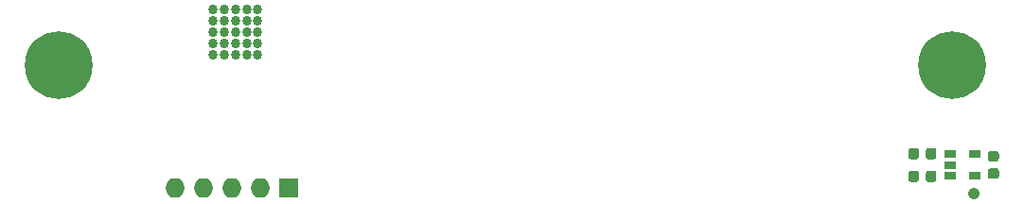
<source format=gbs>
G04 #@! TF.GenerationSoftware,KiCad,Pcbnew,5.0.0-fee4fd1~66~ubuntu18.04.1*
G04 #@! TF.CreationDate,2018-08-20T14:29:34+02:00*
G04 #@! TF.ProjectId,ESP32-li-ion-cell-monitor,45535033322D6C692D696F6E2D63656C,1.3*
G04 #@! TF.SameCoordinates,Original*
G04 #@! TF.FileFunction,Soldermask,Bot*
G04 #@! TF.FilePolarity,Negative*
%FSLAX46Y46*%
G04 Gerber Fmt 4.6, Leading zero omitted, Abs format (unit mm)*
G04 Created by KiCad (PCBNEW 5.0.0-fee4fd1~66~ubuntu18.04.1) date Mon Aug 20 14:29:34 2018*
%MOMM*%
%LPD*%
G01*
G04 APERTURE LIST*
%ADD10O,1.760000X1.760000*%
%ADD11R,1.760000X1.760000*%
%ADD12C,0.860000*%
%ADD13C,0.100000*%
%ADD14C,0.935000*%
%ADD15R,1.120000X0.710000*%
%ADD16C,1.060000*%
%ADD17C,6.059480*%
G04 APERTURE END LIST*
D10*
G04 #@! TO.C,J3*
X173482000Y-74930000D03*
X176022000Y-74930000D03*
X178562000Y-74930000D03*
X181102000Y-74930000D03*
D11*
X183642000Y-74930000D03*
G04 #@! TD*
D12*
G04 #@! TO.C,U2*
X176856000Y-58990000D03*
X176856000Y-59990000D03*
X176856000Y-60990000D03*
X176856000Y-61990000D03*
X176856000Y-62990000D03*
X177856000Y-62990000D03*
X177856000Y-61990000D03*
X177856000Y-60990000D03*
X177856000Y-59990000D03*
X177856000Y-58990000D03*
X179856000Y-58990000D03*
X179856000Y-59990000D03*
X179856000Y-60990000D03*
X179856000Y-61990000D03*
X179856000Y-62990000D03*
X178856000Y-62990000D03*
X178856000Y-61990000D03*
X178856000Y-60990000D03*
X178856000Y-59990000D03*
X178856000Y-58990000D03*
X180856000Y-62990000D03*
X180856000Y-61990000D03*
X180856000Y-60990000D03*
X180856000Y-59990000D03*
X180856000Y-58990000D03*
G04 #@! TD*
D13*
G04 #@! TO.C,R10*
G36*
X241342162Y-73410126D02*
X241364852Y-73413491D01*
X241387104Y-73419065D01*
X241408702Y-73426793D01*
X241429439Y-73436601D01*
X241449115Y-73448394D01*
X241467539Y-73462059D01*
X241484536Y-73477464D01*
X241499941Y-73494461D01*
X241513606Y-73512885D01*
X241525399Y-73532561D01*
X241535207Y-73553298D01*
X241542935Y-73574896D01*
X241548509Y-73597148D01*
X241551874Y-73619838D01*
X241553000Y-73642750D01*
X241553000Y-74185250D01*
X241551874Y-74208162D01*
X241548509Y-74230852D01*
X241542935Y-74253104D01*
X241535207Y-74274702D01*
X241525399Y-74295439D01*
X241513606Y-74315115D01*
X241499941Y-74333539D01*
X241484536Y-74350536D01*
X241467539Y-74365941D01*
X241449115Y-74379606D01*
X241429439Y-74391399D01*
X241408702Y-74401207D01*
X241387104Y-74408935D01*
X241364852Y-74414509D01*
X241342162Y-74417874D01*
X241319250Y-74419000D01*
X240851750Y-74419000D01*
X240828838Y-74417874D01*
X240806148Y-74414509D01*
X240783896Y-74408935D01*
X240762298Y-74401207D01*
X240741561Y-74391399D01*
X240721885Y-74379606D01*
X240703461Y-74365941D01*
X240686464Y-74350536D01*
X240671059Y-74333539D01*
X240657394Y-74315115D01*
X240645601Y-74295439D01*
X240635793Y-74274702D01*
X240628065Y-74253104D01*
X240622491Y-74230852D01*
X240619126Y-74208162D01*
X240618000Y-74185250D01*
X240618000Y-73642750D01*
X240619126Y-73619838D01*
X240622491Y-73597148D01*
X240628065Y-73574896D01*
X240635793Y-73553298D01*
X240645601Y-73532561D01*
X240657394Y-73512885D01*
X240671059Y-73494461D01*
X240686464Y-73477464D01*
X240703461Y-73462059D01*
X240721885Y-73448394D01*
X240741561Y-73436601D01*
X240762298Y-73426793D01*
X240783896Y-73419065D01*
X240806148Y-73413491D01*
X240828838Y-73410126D01*
X240851750Y-73409000D01*
X241319250Y-73409000D01*
X241342162Y-73410126D01*
X241342162Y-73410126D01*
G37*
D14*
X241085500Y-73914000D03*
D13*
G36*
X239767162Y-73410126D02*
X239789852Y-73413491D01*
X239812104Y-73419065D01*
X239833702Y-73426793D01*
X239854439Y-73436601D01*
X239874115Y-73448394D01*
X239892539Y-73462059D01*
X239909536Y-73477464D01*
X239924941Y-73494461D01*
X239938606Y-73512885D01*
X239950399Y-73532561D01*
X239960207Y-73553298D01*
X239967935Y-73574896D01*
X239973509Y-73597148D01*
X239976874Y-73619838D01*
X239978000Y-73642750D01*
X239978000Y-74185250D01*
X239976874Y-74208162D01*
X239973509Y-74230852D01*
X239967935Y-74253104D01*
X239960207Y-74274702D01*
X239950399Y-74295439D01*
X239938606Y-74315115D01*
X239924941Y-74333539D01*
X239909536Y-74350536D01*
X239892539Y-74365941D01*
X239874115Y-74379606D01*
X239854439Y-74391399D01*
X239833702Y-74401207D01*
X239812104Y-74408935D01*
X239789852Y-74414509D01*
X239767162Y-74417874D01*
X239744250Y-74419000D01*
X239276750Y-74419000D01*
X239253838Y-74417874D01*
X239231148Y-74414509D01*
X239208896Y-74408935D01*
X239187298Y-74401207D01*
X239166561Y-74391399D01*
X239146885Y-74379606D01*
X239128461Y-74365941D01*
X239111464Y-74350536D01*
X239096059Y-74333539D01*
X239082394Y-74315115D01*
X239070601Y-74295439D01*
X239060793Y-74274702D01*
X239053065Y-74253104D01*
X239047491Y-74230852D01*
X239044126Y-74208162D01*
X239043000Y-74185250D01*
X239043000Y-73642750D01*
X239044126Y-73619838D01*
X239047491Y-73597148D01*
X239053065Y-73574896D01*
X239060793Y-73553298D01*
X239070601Y-73532561D01*
X239082394Y-73512885D01*
X239096059Y-73494461D01*
X239111464Y-73477464D01*
X239128461Y-73462059D01*
X239146885Y-73448394D01*
X239166561Y-73436601D01*
X239187298Y-73426793D01*
X239208896Y-73419065D01*
X239231148Y-73413491D01*
X239253838Y-73410126D01*
X239276750Y-73409000D01*
X239744250Y-73409000D01*
X239767162Y-73410126D01*
X239767162Y-73410126D01*
G37*
D14*
X239510500Y-73914000D03*
G04 #@! TD*
D15*
G04 #@! TO.C,U5*
X242756000Y-73848000D03*
X242756000Y-72898000D03*
X242756000Y-71948000D03*
X244956000Y-71948000D03*
X244956000Y-73848000D03*
G04 #@! TD*
D13*
G04 #@! TO.C,C9*
G36*
X246944162Y-73219126D02*
X246966852Y-73222491D01*
X246989104Y-73228065D01*
X247010702Y-73235793D01*
X247031439Y-73245601D01*
X247051115Y-73257394D01*
X247069539Y-73271059D01*
X247086536Y-73286464D01*
X247101941Y-73303461D01*
X247115606Y-73321885D01*
X247127399Y-73341561D01*
X247137207Y-73362298D01*
X247144935Y-73383896D01*
X247150509Y-73406148D01*
X247153874Y-73428838D01*
X247155000Y-73451750D01*
X247155000Y-73919250D01*
X247153874Y-73942162D01*
X247150509Y-73964852D01*
X247144935Y-73987104D01*
X247137207Y-74008702D01*
X247127399Y-74029439D01*
X247115606Y-74049115D01*
X247101941Y-74067539D01*
X247086536Y-74084536D01*
X247069539Y-74099941D01*
X247051115Y-74113606D01*
X247031439Y-74125399D01*
X247010702Y-74135207D01*
X246989104Y-74142935D01*
X246966852Y-74148509D01*
X246944162Y-74151874D01*
X246921250Y-74153000D01*
X246378750Y-74153000D01*
X246355838Y-74151874D01*
X246333148Y-74148509D01*
X246310896Y-74142935D01*
X246289298Y-74135207D01*
X246268561Y-74125399D01*
X246248885Y-74113606D01*
X246230461Y-74099941D01*
X246213464Y-74084536D01*
X246198059Y-74067539D01*
X246184394Y-74049115D01*
X246172601Y-74029439D01*
X246162793Y-74008702D01*
X246155065Y-73987104D01*
X246149491Y-73964852D01*
X246146126Y-73942162D01*
X246145000Y-73919250D01*
X246145000Y-73451750D01*
X246146126Y-73428838D01*
X246149491Y-73406148D01*
X246155065Y-73383896D01*
X246162793Y-73362298D01*
X246172601Y-73341561D01*
X246184394Y-73321885D01*
X246198059Y-73303461D01*
X246213464Y-73286464D01*
X246230461Y-73271059D01*
X246248885Y-73257394D01*
X246268561Y-73245601D01*
X246289298Y-73235793D01*
X246310896Y-73228065D01*
X246333148Y-73222491D01*
X246355838Y-73219126D01*
X246378750Y-73218000D01*
X246921250Y-73218000D01*
X246944162Y-73219126D01*
X246944162Y-73219126D01*
G37*
D14*
X246650000Y-73685500D03*
D13*
G36*
X246944162Y-71644126D02*
X246966852Y-71647491D01*
X246989104Y-71653065D01*
X247010702Y-71660793D01*
X247031439Y-71670601D01*
X247051115Y-71682394D01*
X247069539Y-71696059D01*
X247086536Y-71711464D01*
X247101941Y-71728461D01*
X247115606Y-71746885D01*
X247127399Y-71766561D01*
X247137207Y-71787298D01*
X247144935Y-71808896D01*
X247150509Y-71831148D01*
X247153874Y-71853838D01*
X247155000Y-71876750D01*
X247155000Y-72344250D01*
X247153874Y-72367162D01*
X247150509Y-72389852D01*
X247144935Y-72412104D01*
X247137207Y-72433702D01*
X247127399Y-72454439D01*
X247115606Y-72474115D01*
X247101941Y-72492539D01*
X247086536Y-72509536D01*
X247069539Y-72524941D01*
X247051115Y-72538606D01*
X247031439Y-72550399D01*
X247010702Y-72560207D01*
X246989104Y-72567935D01*
X246966852Y-72573509D01*
X246944162Y-72576874D01*
X246921250Y-72578000D01*
X246378750Y-72578000D01*
X246355838Y-72576874D01*
X246333148Y-72573509D01*
X246310896Y-72567935D01*
X246289298Y-72560207D01*
X246268561Y-72550399D01*
X246248885Y-72538606D01*
X246230461Y-72524941D01*
X246213464Y-72509536D01*
X246198059Y-72492539D01*
X246184394Y-72474115D01*
X246172601Y-72454439D01*
X246162793Y-72433702D01*
X246155065Y-72412104D01*
X246149491Y-72389852D01*
X246146126Y-72367162D01*
X246145000Y-72344250D01*
X246145000Y-71876750D01*
X246146126Y-71853838D01*
X246149491Y-71831148D01*
X246155065Y-71808896D01*
X246162793Y-71787298D01*
X246172601Y-71766561D01*
X246184394Y-71746885D01*
X246198059Y-71728461D01*
X246213464Y-71711464D01*
X246230461Y-71696059D01*
X246248885Y-71682394D01*
X246268561Y-71670601D01*
X246289298Y-71660793D01*
X246310896Y-71653065D01*
X246333148Y-71647491D01*
X246355838Y-71644126D01*
X246378750Y-71643000D01*
X246921250Y-71643000D01*
X246944162Y-71644126D01*
X246944162Y-71644126D01*
G37*
D14*
X246650000Y-72110500D03*
G04 #@! TD*
D13*
G04 #@! TO.C,R12*
G36*
X241342162Y-71378126D02*
X241364852Y-71381491D01*
X241387104Y-71387065D01*
X241408702Y-71394793D01*
X241429439Y-71404601D01*
X241449115Y-71416394D01*
X241467539Y-71430059D01*
X241484536Y-71445464D01*
X241499941Y-71462461D01*
X241513606Y-71480885D01*
X241525399Y-71500561D01*
X241535207Y-71521298D01*
X241542935Y-71542896D01*
X241548509Y-71565148D01*
X241551874Y-71587838D01*
X241553000Y-71610750D01*
X241553000Y-72153250D01*
X241551874Y-72176162D01*
X241548509Y-72198852D01*
X241542935Y-72221104D01*
X241535207Y-72242702D01*
X241525399Y-72263439D01*
X241513606Y-72283115D01*
X241499941Y-72301539D01*
X241484536Y-72318536D01*
X241467539Y-72333941D01*
X241449115Y-72347606D01*
X241429439Y-72359399D01*
X241408702Y-72369207D01*
X241387104Y-72376935D01*
X241364852Y-72382509D01*
X241342162Y-72385874D01*
X241319250Y-72387000D01*
X240851750Y-72387000D01*
X240828838Y-72385874D01*
X240806148Y-72382509D01*
X240783896Y-72376935D01*
X240762298Y-72369207D01*
X240741561Y-72359399D01*
X240721885Y-72347606D01*
X240703461Y-72333941D01*
X240686464Y-72318536D01*
X240671059Y-72301539D01*
X240657394Y-72283115D01*
X240645601Y-72263439D01*
X240635793Y-72242702D01*
X240628065Y-72221104D01*
X240622491Y-72198852D01*
X240619126Y-72176162D01*
X240618000Y-72153250D01*
X240618000Y-71610750D01*
X240619126Y-71587838D01*
X240622491Y-71565148D01*
X240628065Y-71542896D01*
X240635793Y-71521298D01*
X240645601Y-71500561D01*
X240657394Y-71480885D01*
X240671059Y-71462461D01*
X240686464Y-71445464D01*
X240703461Y-71430059D01*
X240721885Y-71416394D01*
X240741561Y-71404601D01*
X240762298Y-71394793D01*
X240783896Y-71387065D01*
X240806148Y-71381491D01*
X240828838Y-71378126D01*
X240851750Y-71377000D01*
X241319250Y-71377000D01*
X241342162Y-71378126D01*
X241342162Y-71378126D01*
G37*
D14*
X241085500Y-71882000D03*
D13*
G36*
X239767162Y-71378126D02*
X239789852Y-71381491D01*
X239812104Y-71387065D01*
X239833702Y-71394793D01*
X239854439Y-71404601D01*
X239874115Y-71416394D01*
X239892539Y-71430059D01*
X239909536Y-71445464D01*
X239924941Y-71462461D01*
X239938606Y-71480885D01*
X239950399Y-71500561D01*
X239960207Y-71521298D01*
X239967935Y-71542896D01*
X239973509Y-71565148D01*
X239976874Y-71587838D01*
X239978000Y-71610750D01*
X239978000Y-72153250D01*
X239976874Y-72176162D01*
X239973509Y-72198852D01*
X239967935Y-72221104D01*
X239960207Y-72242702D01*
X239950399Y-72263439D01*
X239938606Y-72283115D01*
X239924941Y-72301539D01*
X239909536Y-72318536D01*
X239892539Y-72333941D01*
X239874115Y-72347606D01*
X239854439Y-72359399D01*
X239833702Y-72369207D01*
X239812104Y-72376935D01*
X239789852Y-72382509D01*
X239767162Y-72385874D01*
X239744250Y-72387000D01*
X239276750Y-72387000D01*
X239253838Y-72385874D01*
X239231148Y-72382509D01*
X239208896Y-72376935D01*
X239187298Y-72369207D01*
X239166561Y-72359399D01*
X239146885Y-72347606D01*
X239128461Y-72333941D01*
X239111464Y-72318536D01*
X239096059Y-72301539D01*
X239082394Y-72283115D01*
X239070601Y-72263439D01*
X239060793Y-72242702D01*
X239053065Y-72221104D01*
X239047491Y-72198852D01*
X239044126Y-72176162D01*
X239043000Y-72153250D01*
X239043000Y-71610750D01*
X239044126Y-71587838D01*
X239047491Y-71565148D01*
X239053065Y-71542896D01*
X239060793Y-71521298D01*
X239070601Y-71500561D01*
X239082394Y-71480885D01*
X239096059Y-71462461D01*
X239111464Y-71445464D01*
X239128461Y-71430059D01*
X239146885Y-71416394D01*
X239166561Y-71404601D01*
X239187298Y-71394793D01*
X239208896Y-71387065D01*
X239231148Y-71381491D01*
X239253838Y-71378126D01*
X239276750Y-71377000D01*
X239744250Y-71377000D01*
X239767162Y-71378126D01*
X239767162Y-71378126D01*
G37*
D14*
X239510500Y-71882000D03*
G04 #@! TD*
D16*
G04 #@! TO.C,TP8*
X244872000Y-75438000D03*
G04 #@! TD*
D17*
G04 #@! TO.C,J1*
X243000000Y-64000000D03*
G04 #@! TD*
G04 #@! TO.C,J2*
X163000000Y-64000000D03*
G04 #@! TD*
M02*

</source>
